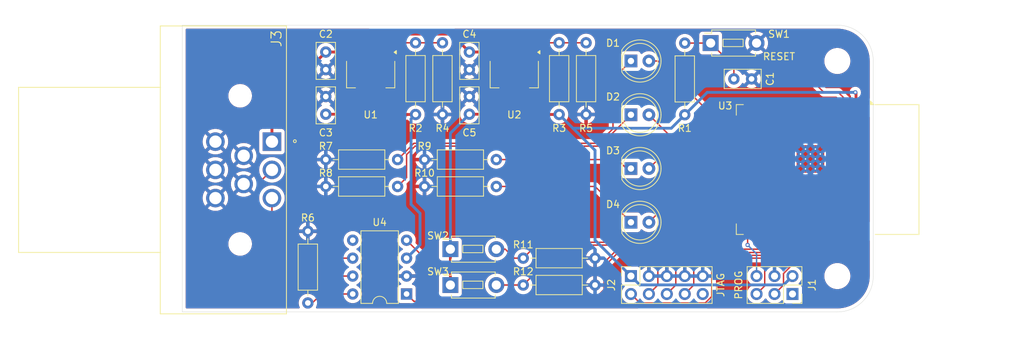
<source format=kicad_pcb>
(kicad_pcb (version 20240108) (generator "pcbnew") (generator_version "8.0")
  (layers (0 "F.Cu" signal) (31 "B.Cu" signal) (34 "B.Paste" user) (35 "F.Paste" user) (36 "B.SilkS" user "B.Silkscreen") (37 "F.SilkS" user "F.Silkscreen") (38 "B.Mask" user) (39 "F.Mask" user) (44 "Edge.Cuts" user))
  (net 0 "")
  (net 1 "GND")
  (net 2 "/ENABLE")
  (net 3 "+12V")
  (net 4 "+5V")
  (net 5 "+3V3")
  (net 6 "Net-(D1-K)")
  (net 7 "/LED1")
  (net 8 "/LED2")
  (net 9 "Net-(D2-K)")
  (net 10 "Net-(D3-K)")
  (net 11 "/LED3")
  (net 12 "/LED4")
  (net 13 "Net-(D4-K)")
  (net 14 "/UART_TX")
  (net 15 "/UART_RX")
  (net 16 "/BOOTOPT")
  (net 17 "/PROG_EN")
  (net 18 "/JTAG_TMS")
  (net 19 "/JTAG_TCK")
  (net 20 "/JTAG_TDO")
  (net 21 "/CANH")
  (net 22 "/CANL")
  (net 23 "Net-(U1-ADJ)")
  (net 24 "Net-(U2-ADJ)")
  (net 25 "Net-(U4-Rs)")
  (net 26 "/SW2")
  (net 27 "/SW3")
  (net 32 "/CAN_RX")
  (net 44 "/JTAG_TDI")
  (net 49 "/CAN_TX")
  (footprint "MountingHole:MountingHole_3.2mm_M3" (layer "F.Cu") (at 212.09 105.41)
    (property "Reference" "REF**" (hide yes))
    (property "Value" "MountingHole_3.2mm_M3")
    (pad "" np_thru_hole circle (at 0 0) (size 3.2 3.2) (drill 3.2) (layers "*.Cu" "*.Mask"))
  )
  (footprint "Connector_PinSocket_2.54mm:PinSocket_2x05_P2.54mm_Vertical" (layer "F.Cu") (at 182.88 105.41 90)
    (property "Reference" "J2" (at -1.27 -2.77 90) (layer "F.SilkS"))
    (property "Value" "JTAG")
    (pad "1" thru_hole rect (at 0 0 90) (size 1.7 1.7) (drill 1) (layers "*.Cu" "*.Mask") (net 5 "+3V3"))
    (pad "2" thru_hole oval (at -2.54 0 90) (size 1.7 1.7) (drill 1) (layers "*.Cu" "*.Mask") (net 18 "/JTAG_TMS"))
    (pad "3" thru_hole oval (at 0 2.54 90) (size 1.7 1.7) (drill 1) (layers "*.Cu" "*.Mask") (net 1 "GND"))
    (pad "4" thru_hole oval (at -2.54 2.54 90) (size 1.7 1.7) (drill 1) (layers "*.Cu" "*.Mask") (net 19 "/JTAG_TCK"))
    (pad "5" thru_hole oval (at 0 5.08 90) (size 1.7 1.7) (drill 1) (layers "*.Cu" "*.Mask") (net 1 "GND"))
    (pad "6" thru_hole oval (at -2.54 5.08 90) (size 1.7 1.7) (drill 1) (layers "*.Cu" "*.Mask") (net 20 "/JTAG_TDO"))
    (pad "7" thru_hole oval (at 0 7.62 90) (size 1.7 1.7) (drill 1) (layers "*.Cu" "*.Mask") (net 1 "GND"))
    (pad "8" thru_hole oval (at -2.54 7.62 90) (size 1.7 1.7) (drill 1) (layers "*.Cu" "*.Mask") (net 44 "/JTAG_TDI"))
    (pad "9" thru_hole oval (at 0 10.16 90) (size 1.7 1.7) (drill 1) (layers "*.Cu" "*.Mask") (net 1 "GND"))
    (pad "10" thru_hole oval (at -2.54 10.16 90) (size 1.7 1.7) (drill 1) (layers "*.Cu" "*.Mask"))
  )
  (footprint "Capacitor_THT:C_Disc_D5.0mm_W2.5mm_P2.50mm" (layer "F.Cu") (at 160.02 82.47 90)
    (property "Reference" "C5" (at -2.62 0 180) (layer "F.SilkS"))
    (property "Value" "1u")
    (pad "1" thru_hole circle (at 0 0 90) (size 1.6 1.6) (drill 0.8) (layers "*.Cu" "*.Mask") (net 5 "+3V3"))
    (pad "2" thru_hole circle (at 2.5 0 90) (size 1.6 1.6) (drill 0.8) (layers "*.Cu" "*.Mask") (net 1 "GND"))
  )
  (footprint "Resistor_THT:R_Axial_DIN0207_L6.3mm_D2.5mm_P10.16mm_Horizontal" (layer "F.Cu") (at 149.86 92.71 180)
    (property "Reference" "R8" (at 10.16 1.905 0) (layer "F.SilkS"))
    (property "Value" "100")
    (pad "1" thru_hole circle (at 0 0 180) (size 1.6 1.6) (drill 0.8) (layers "*.Cu" "*.Mask") (net 9 "Net-(D2-K)"))
    (pad "2" thru_hole oval (at 10.16 0 180) (size 1.6 1.6) (drill 0.8) (layers "*.Cu" "*.Mask") (net 1 "GND"))
  )
  (footprint "Button_Switch_THT:SW_PUSH_1P1T_6x3.5mm_H4.3_APEM_MJTP1243" (layer "F.Cu") (at 194.16 72.39)
    (property "Reference" "SW1" (at 9.675 -1.27 0) (layer "F.SilkS"))
    (property "Value" "SW_Push")
    (pad "1" thru_hole rect (at 0 0 90) (size 2.25 2.25) (drill 1.3) (layers "*.Cu" "*.Mask") (net 2 "/ENABLE"))
    (pad "2" thru_hole circle (at 6.5 0 90) (size 2.25 2.25) (drill 1.3) (layers "*.Cu" "*.Mask") (net 1 "GND"))
  )
  (footprint "Resistor_THT:R_Axial_DIN0207_L6.3mm_D2.5mm_P10.16mm_Horizontal" (layer "F.Cu") (at 137.16 109.22 90)
    (property "Reference" "R6" (at 12.065 0 180) (layer "F.SilkS"))
    (property "Value" "20k")
    (pad "1" thru_hole circle (at 0 0 90) (size 1.6 1.6) (drill 0.8) (layers "*.Cu" "*.Mask") (net 25 "Net-(U4-Rs)"))
    (pad "2" thru_hole oval (at 10.16 0 90) (size 1.6 1.6) (drill 0.8) (layers "*.Cu" "*.Mask") (net 1 "GND"))
  )
  (footprint "Package_DIP:DIP-8_W7.62mm" (layer "F.Cu") (at 151.13 107.95 180)
    (property "Reference" "U4" (at 3.81 10.16 0) (layer "F.SilkS"))
    (property "Value" "MCP2551-I-P")
    (pad "1" thru_hole rect (at 0 0 180) (size 1.6 1.6) (drill 0.8) (layers "*.Cu" "*.Mask") (net 49 "/CAN_TX"))
    (pad "2" thru_hole oval (at 0 2.54 180) (size 1.6 1.6) (drill 0.8) (layers "*.Cu" "*.Mask") (net 1 "GND"))
    (pad "3" thru_hole oval (at 0 5.08 180) (size 1.6 1.6) (drill 0.8) (layers "*.Cu" "*.Mask") (net 4 "+5V"))
    (pad "4" thru_hole oval (at 0 7.62 180) (size 1.6 1.6) (drill 0.8) (layers "*.Cu" "*.Mask") (net 32 "/CAN_RX"))
    (pad "5" thru_hole oval (at 7.62 7.62 180) (size 1.6 1.6) (drill 0.8) (layers "*.Cu" "*.Mask"))
    (pad "6" thru_hole oval (at 7.62 5.08 180) (size 1.6 1.6) (drill 0.8) (layers "*.Cu" "*.Mask") (net 22 "/CANL"))
    (pad "7" thru_hole oval (at 7.62 2.54 180) (size 1.6 1.6) (drill 0.8) (layers "*.Cu" "*.Mask") (net 21 "/CANH"))
    (pad "8" thru_hole oval (at 7.62 0 180) (size 1.6 1.6) (drill 0.8) (layers "*.Cu" "*.Mask") (net 25 "Net-(U4-Rs)"))
  )
  (footprint "MountingHole:MountingHole_3.2mm_M3" (layer "F.Cu") (at 212.09 74.93)
    (property "Reference" "REF**" (hide yes))
    (property "Value" "MountingHole_3.2mm_M3")
    (pad "" np_thru_hole circle (at 0 0) (size 3.2 3.2) (drill 3.2) (layers "*.Cu" "*.Mask"))
  )
  (footprint "LED_THT:LED_D5.0mm" (layer "F.Cu") (at 182.88 82.55)
    (property "Reference" "D2" (at -2.54 -2.54 0) (layer "F.SilkS"))
    (property "Value" "LED_Small")
    (pad "1" thru_hole rect (at 0 0) (size 1.8 1.8) (drill 0.9) (layers "*.Cu" "*.Mask") (net 9 "Net-(D2-K)"))
    (pad "2" thru_hole circle (at 2.54 0) (size 1.8 1.8) (drill 0.9) (layers "*.Cu" "*.Mask") (net 8 "/LED2"))
  )
  (footprint "Package_TO_SOT_SMD:SOT-223-3_TabPin2" (layer "F.Cu") (at 146.05 76.82 -90)
    (property "Reference" "U1" (at 5.73 0 180) (layer "F.SilkS"))
    (property "Value" "LM317_SOT-223")
    (pad "1" smd roundrect (at -3.15 -2.3 270) (size 2 1.5) (layers "F.Cu" "F.Paste" "F.Mask") (net 23 "Net-(U1-ADJ)"))
    (pad "2" smd roundrect (at -3.15 0 270) (size 2 1.5) (layers "F.Cu" "F.Paste" "F.Mask") (net 4 "+5V"))
    (pad "2" smd roundrect (at 3.15 0 270) (size 2 3.8) (layers "F.Cu" "F.Paste" "F.Mask") (net 4 "+5V"))
    (pad "3" smd roundrect (at -3.15 2.3 270) (size 2 1.5) (layers "F.Cu" "F.Paste" "F.Mask") (net 3 "+12V"))
  )
  (footprint "Capacitor_THT:C_Disc_D5.0mm_W2.5mm_P2.50mm" (layer "F.Cu") (at 139.7 82.47 90)
    (property "Reference" "C3" (at -2.62 0 180) (layer "F.SilkS"))
    (property "Value" "1u")
    (pad "1" thru_hole circle (at 0 0 90) (size 1.6 1.6) (drill 0.8) (layers "*.Cu" "*.Mask") (net 4 "+5V"))
    (pad "2" thru_hole circle (at 2.5 0 90) (size 1.6 1.6) (drill 0.8) (layers "*.Cu" "*.Mask") (net 1 "GND"))
  )
  (footprint "Resistor_THT:R_Axial_DIN0207_L6.3mm_D2.5mm_P10.16mm_Horizontal" (layer "F.Cu") (at 163.83 92.71 180)
    (property "Reference" "R10" (at 10.16 1.905 0) (layer "F.SilkS"))
    (property "Value" "100")
    (pad "1" thru_hole circle (at 0 0 180) (size 1.6 1.6) (drill 0.8) (layers "*.Cu" "*.Mask") (net 13 "Net-(D4-K)"))
    (pad "2" thru_hole oval (at 10.16 0 180) (size 1.6 1.6) (drill 0.8) (layers "*.Cu" "*.Mask") (net 1 "GND"))
  )
  (footprint "FBR_Footprints:TE_776280-1" (layer "F.Cu") (at 128.08 90.36 -90)
    (property "Reference" "J3" (at -18.605 -4.635 90) (layer "F.SilkS") (effects (font (size 1.417504 1.417504))))
    (property "Value" "Conn_01x08")
    (pad "" np_thru_hole circle (at -10.5 0.5 270) (size 2.85 2.85) (drill 2.85) (layers "*.Cu" "*.Mask"))
    (pad "" np_thru_hole circle (at 10.5 0.5 270) (size 2.85 2.85) (drill 2.85) (layers "*.Cu" "*.Mask"))
    (pad "1" thru_hole rect (at -4 -4 270) (size 2.625 2.625) (drill 1.75) (layers "*.Cu" "*.Mask") (net 3 "+12V"))
    (pad "2" thru_hole circle (at 0 -4 270) (size 2.625 2.625) (drill 1.75) (layers "*.Cu" "*.Mask") (net 21 "/CANH"))
    (pad "3" thru_hole circle (at 4 -4 270) (size 2.625 2.625) (drill 1.75) (layers "*.Cu" "*.Mask") (net 22 "/CANL"))
    (pad "4" thru_hole circle (at -2 0 270) (size 2.625 2.625) (drill 1.75) (layers "*.Cu" "*.Mask") (net 1 "GND"))
    (pad "5" thru_hole circle (at 2 0 270) (size 2.625 2.625) (drill 1.75) (layers "*.Cu" "*.Mask") (net 1 "GND"))
    (pad "6" thru_hole circle (at -4 4 270) (size 2.625 2.625) (drill 1.75) (layers "*.Cu" "*.Mask") (net 1 "GND"))
    (pad "7" thru_hole circle (at 0 4 270) (size 2.625 2.625) (drill 1.75) (layers "*.Cu" "*.Mask") (net 1 "GND"))
    (pad "8" thru_hole circle (at 4 4 270) (size 2.625 2.625) (drill 1.75) (layers "*.Cu" "*.Mask") (net 1 "GND"))
  )
  (footprint "Resistor_THT:R_Axial_DIN0207_L6.3mm_D2.5mm_P10.16mm_Horizontal" (layer "F.Cu") (at 152.4 82.51 90)
    (property "Reference" "R2" (at -1.945 0 180) (layer "F.SilkS"))
    (property "Value" "240")
    (pad "1" thru_hole circle (at 0 0 90) (size 1.6 1.6) (drill 0.8) (layers "*.Cu" "*.Mask") (net 4 "+5V"))
    (pad "2" thru_hole oval (at 10.16 0 90) (size 1.6 1.6) (drill 0.8) (layers "*.Cu" "*.Mask") (net 23 "Net-(U1-ADJ)"))
  )
  (footprint "LED_THT:LED_D5.0mm" (layer "F.Cu") (at 182.88 97.79)
    (property "Reference" "D4" (at -2.54 -2.54 0) (layer "F.SilkS"))
    (property "Value" "LED_Small")
    (pad "1" thru_hole rect (at 0 0) (size 1.8 1.8) (drill 0.9) (layers "*.Cu" "*.Mask") (net 13 "Net-(D4-K)"))
    (pad "2" thru_hole circle (at 2.54 0) (size 1.8 1.8) (drill 0.9) (layers "*.Cu" "*.Mask") (net 12 "/LED4"))
  )
  (footprint "Resistor_THT:R_Axial_DIN0207_L6.3mm_D2.5mm_P10.16mm_Horizontal" (layer "F.Cu") (at 190.5 82.55 90)
    (property "Reference" "R1" (at -1.905 0 180) (layer "F.SilkS"))
    (property "Value" "10k")
    (pad "1" thru_hole circle (at 0 0 90) (size 1.6 1.6) (drill 0.8) (layers "*.Cu" "*.Mask") (net 5 "+3V3"))
    (pad "2" thru_hole oval (at 10.16 0 90) (size 1.6 1.6) (drill 0.8) (layers "*.Cu" "*.Mask") (net 2 "/ENABLE"))
  )
  (footprint "Button_Switch_THT:SW_PUSH_1P1T_6x3.5mm_H4.3_APEM_MJTP1243" (layer "F.Cu") (at 157.33 101.6)
    (property "Reference" "SW2" (at -1.755 -1.905 0) (layer "F.SilkS"))
    (property "Value" "SW_Push")
    (pad "1" thru_hole rect (at 0 0 90) (size 2.25 2.25) (drill 1.3) (layers "*.Cu" "*.Mask") (net 5 "+3V3"))
    (pad "2" thru_hole circle (at 6.5 0 90) (size 2.25 2.25) (drill 1.3) (layers "*.Cu" "*.Mask") (net 26 "/SW2"))
  )
  (footprint "Package_TO_SOT_SMD:SOT-223-3_TabPin2" (layer "F.Cu") (at 166.37 76.82 -90)
    (property "Reference" "U2" (at 5.73 0 180) (layer "F.SilkS"))
    (property "Value" "LM317_SOT-223")
    (pad "1" smd roundrect (at -3.15 -2.3 270) (size 2 1.5) (layers "F.Cu" "F.Paste" "F.Mask") (net 24 "Net-(U2-ADJ)"))
    (pad "2" smd roundrect (at -3.15 0 270) (size 2 1.5) (layers "F.Cu" "F.Paste" "F.Mask") (net 5 "+3V3"))
    (pad "2" smd roundrect (at 3.15 0 270) (size 2 3.8) (layers "F.Cu" "F.Paste" "F.Mask") (net 5 "+3V3"))
    (pad "3" smd roundrect (at -3.15 2.3 270) (size 2 1.5) (layers "F.Cu" "F.Paste" "F.Mask") (net 3 "+12V"))
  )
  (footprint "LED_THT:LED_D5.0mm" (layer "F.Cu") (at 182.88 90.17)
    (property "Reference" "D3" (at -2.54 -2.54 0) (layer "F.SilkS"))
    (property "Value" "LED_Small")
    (pad "1" thru_hole rect (at 0 0) (size 1.8 1.8) (drill 0.9) (layers "*.Cu" "*.Mask") (net 10 "Net-(D3-K)"))
    (pad "2" thru_hole circle (at 2.54 0) (size 1.8 1.8) (drill 0.9) (layers "*.Cu" "*.Mask") (net 11 "/LED3"))
  )
  (footprint "Resistor_THT:R_Axial_DIN0207_L6.3mm_D2.5mm_P10.16mm_Horizontal" (layer "F.Cu") (at 156.21 72.35 -90)
    (property "Reference" "R4" (at 12.105 0 180) (layer "F.SilkS"))
    (property "Value" "715")
    (pad "1" thru_hole circle (at 0 0 270) (size 1.6 1.6) (drill 0.8) (layers "*.Cu" "*.Mask") (net 23 "Net-(U1-ADJ)"))
    (pad "2" thru_hole oval (at 10.16 0 270) (size 1.6 1.6) (drill 0.8) (layers "*.Cu" "*.Mask") (net 1 "GND"))
  )
  (footprint "Capacitor_THT:C_Disc_D5.0mm_W2.5mm_P2.50mm" (layer "F.Cu") (at 139.7 73.66 -90)
    (property "Reference" "C2" (at -2.54 0 180) (layer "F.SilkS"))
    (property "Value" "0.1u")
    (pad "1" thru_hole circle (at 0 0 270) (size 1.6 1.6) (drill 0.8) (layers "*.Cu" "*.Mask") (net 3 "+12V"))
    (pad "2" thru_hole circle (at 2.5 0 270) (size 1.6 1.6) (drill 0.8) (layers "*.Cu" "*.Mask") (net 1 "GND"))
  )
  (footprint "Capacitor_THT:C_Disc_D5.0mm_W2.5mm_P2.50mm" (layer "F.Cu") (at 197.45 77.47)
    (property "Reference" "C1" (at 5.115 0 90) (layer "F.SilkS"))
    (property "Value" "1u")
    (pad "1" thru_hole circle (at 0 0) (size 1.6 1.6) (drill 0.8) (layers "*.Cu" "*.Mask") (net 2 "/ENABLE"))
    (pad "2" thru_hole circle (at 2.5 0) (size 1.6 1.6) (drill 0.8) (layers "*.Cu" "*.Mask") (net 1 "GND"))
  )
  (footprint "RF_Module:ESP32-S3-WROOM-1" (layer "F.Cu") (at 210.74 90.31 -90)
    (property "Reference" "U3" (at -9.03 14.525 0) (layer "F.SilkS"))
    (property "Value" "ESP32-S3-WROOM-1-N16R8")
    (pad "1" smd rect (at -8.75 -5.26 270) (size 1.5 0.9) (layers "F.Cu" "F.Paste" "F.Mask") (net 1 "GND"))
    (pad "2" smd rect (at -8.75 -3.99 270) (size 1.5 0.9) (layers "F.Cu" "F.Paste" "F.Mask") (net 5 "+3V3"))
    (pad "3" smd rect (at -8.75 -2.72 270) (size 1.5 0.9) (layers "F.Cu" "F.Paste" "F.Mask") (net 2 "/ENABLE"))
    (pad "4" smd rect (at -8.75 -1.45 270) (size 1.5 0.9) (layers "F.Cu" "F.Paste" "F.Mask"))
    (pad "5" smd rect (at -8.75 -0.18 270) (size 1.5 0.9) (layers "F.Cu" "F.Paste" "F.Mask"))
    (pad "6" smd rect (at -8.75 1.09 270) (size 1.5 0.9) (layers "F.Cu" "F.Paste" "F.Mask"))
    (pad "7" smd rect (at -8.75 2.36 270) (size 1.5 0.9) (layers "F.Cu" "F.Paste" "F.Mask"))
    (pad "8" smd rect (at -8.75 3.63 270) (size 1.5 0.9) (layers "F.Cu" "F.Paste" "F.Mask"))
    (pad "9" smd rect (at -8.75 4.9 270) (size 1.5 0.9) (layers "F.Cu" "F.Paste" "F.Mask"))
    (pad "10" smd rect (at -8.75 6.17 270) (size 1.5 0.9) (layers "F.Cu" "F.Paste" "F.Mask"))
    (pad "11" smd rect (at -8.75 7.44 270) (size 1.5 0.9) (layers "F.Cu" "F.Paste" "F.Mask"))
    (pad "12" smd rect (at -8.75 8.71 270) (size 1.5 0.9) (layers "F.Cu" "F.Paste" "F.Mask"))
    (pad "13" smd rect (at -8.75 9.98 270) (size 1.5 0.9) (layers "F.Cu" "F.Paste" "F.Mask"))
    (pad "14" smd rect (at -8.75 11.25 90) (size 1.5 0.9) (layers "F.Cu" "F.Paste" "F.Mask"))
    (pad "15" smd rect (at -6.985 12.5 180) (size 1.5 0.9) (layers "F.Cu" "F.Paste" "F.Mask"))
    (pad "16" smd rect (at -5.715 12.5 180) (size 1.5 0.9) (layers "F.Cu" "F.Paste" "F.Mask"))
    (pad "17" smd rect (at -4.445 12.5 180) (size 1.5 0.9) (layers "F.Cu" "F.Paste" "F.Mask") (net 7 "/LED1"))
    (pad "18" smd rect (at -3.175 12.5 180) (size 1.5 0.9) (layers "F.Cu" "F.Paste" "F.Mask") (net 8 "/LED2"))
    (pad "19" smd rect (at -1.905 12.5 180) (size 1.5 0.9) (layers "F.Cu" "F.Paste" "F.Mask") (net 11 "/LED3"))
    (pad "20" smd rect (at -0.635 12.5 180) (size 1.5 0.9) (layers "F.Cu" "F.Paste" "F.Mask") (net 12 "/LED4"))
    (pad "21" smd rect (at 0.635 12.5 180) (size 1.5 0.9) (layers "F.Cu" "F.Paste" "F.Mask") (net 26 "/SW2"))
    (pad "22" smd rect (at 1.905 12.5 180) (size 1.5 0.9) (layers "F.Cu" "F.Paste" "F.Mask") (net 27 "/SW3"))
    (pad "23" smd rect (at 3.175 12.5 180) (size 1.5 0.9) (layers "F.Cu" "F.Paste" "F.Mask"))
    (pad "24" smd rect (at 4.445 12.5 180) (size 1.5 0.9) (layers "F.Cu" "F.Paste" "F.Mask") (net 32 "/CAN_RX"))
    (pad "25" smd rect (at 5.715 12.5 180) (size 1.5 0.9) (layers "F.Cu" "F.Paste" "F.Mask") (net 49 "/CAN_TX"))
    (pad "26" smd rect (at 6.985 12.5 180) (size 1.5 0.9) (layers "F.Cu" "F.Paste" "F.Mask"))
    (pad "27" smd rect (at 8.75 11.25 270) (size 1.5 0.9) (layers "F.Cu" "F.Paste" "F.Mask") (net 16 "/BOOTOPT"))
    (pad "28" smd rect (at 8.75 9.98 270) (size 1.5 0.9) (layers "F.Cu" "F.Paste" "F.Mask"))
    (pad "29" smd rect (at 8.75 8.71 270) (size 1.5 0.9) (layers "F.Cu" "F.Paste" "F.Mask"))
    (pad "30" smd rect (at 8.75 7.44 270) (size 1.5 0.9) (layers "F.Cu" "F.Paste" "F.Mask"))
    (pad "31" smd rect (at 8.75 6.17 270) (size 1.5 0.9) (layers "F.Cu" "F.Paste" "F.Mask"))
    (pad "32" smd rect (at 8.75 4.9 270) (size 1.5 0.9) (layers "F.Cu" "F.Paste" "F.Mask") (net 19 "/JTAG_TCK"))
    (pad "33" smd rect (at 8.75 3.63 270) (size 1.5 0.9) (layers "F.Cu" "F.Paste" "F.Mask") (net 20 "/JTAG_TDO"))
    (pad "34" smd rect (at 8.75 2.36 270) (size 1.5 0.9) (layers "F.Cu" "F.Paste" "F.Mask") (net 44 "/JTAG_TDI"))
    (pad "35" smd rect (at 8.75 1.09 270) (size 1.5 0.9) (layers "F.Cu" "F.Paste" "F.Mask") (net 18 "/JTAG_TMS"))
    (pad "36" smd rect (at 8.75 -0.18 270) (size 1.5 0.9) (layers "F.Cu" "F.Paste" "F.Mask") (net 15 "/UART_RX"))
    (pad "37" smd rect (at 8.75 -1.45 270) (size 1.5 0.9) (layers "F.Cu" "F.Paste" "F.Mask") (net 14 "/UART_TX"))
    (pad "38" smd rect (at 8.75 -2.72 270) (size 1.5 0.9) (layers "F.Cu" "F.Paste" "F.Mask"))
    (pad "39" smd rect (at 8.75 -3.99 270) (size 1.5 0.9) (layers "F.Cu" "F.Paste" "F.Mask"))
    (pad "40" smd rect (at 8.75 -5.26 270) (size 1.5 0.9) (layers "F.Cu" "F.Paste" "F.Mask") (net 1 "GND"))
    (pad "41" thru_hole circle (at -2.9 1.76) (size 0.6 0.6) (drill 0.2) (property pad_prop_heatsink) (layers "*.Cu" "F.Mask") (net 1 "GND"))
    (pad "41" thru_hole circle (at -2.9 3.16 270) (size 0.6 0.6) (drill 0.2) (property pad_prop_heatsink) (layers "*.Cu" "F.Mask") (net 1 "GND"))
    (pad "41" thru_hole circle (at -2.2 1.06 270) (size 0.6 0.6) (drill 0.2) (property pad_prop_heatsink) (layers "*.Cu" "F.Mask") (net 1 "GND"))
    (pad "41" thru_hole circle (at -2.2 2.46 270) (size 0.6 0.6) (drill 0.2) (property pad_prop_heatsink) (layers "*.Cu" "F.Mask") (net 1 "GND"))
    (pad "41" thru_hole circle (at -2.2 3.86 270) (size 0.6 0.6) (drill 0.2) (property pad_prop_heatsink) (layers "*.Cu" "F.Mask") (net 1 "GND"))
    (pad "41" thru_hole circle (at -1.5 1.76 270) (size 0.6 0.6) (drill 0.2) (property pad_prop_heatsink) (layers "*.Cu" "F.Mask") (net 1 "GND"))
    (pad "41" smd rect (at -1.5 2.46 180) (size 3.9 3.9) (layers "F.Cu" "F.Mask") (net 1 "GND"))
    (pad "41" thru_hole circle (at -1.5 3.16 270) (size 0.6 0.6) (drill 0.2) (property pad_prop_heatsink) (layers "*.Cu" "F.Mask") (net 1 "GND"))
    (pad "41" thru_hole circle (at -0.8 1.06 270) (size 0.6 0.6) (drill 0.2) (property pad_prop_heatsink) (layers "*.Cu" "F.Mask") (net 1 "GND"))
    (pad "41" thru_hole circle (at -0.8 2.46 270) (size 0.6 0.6) (drill 0.2) (property pad_prop_heatsink) (layers "*.Cu" "F.Mask") (net 1 "GND"))
    (pad "41" thru_hole circle (at -0.8 3.86 270) (size 0.6 0.6) (drill 0.2) (property pad_prop_heatsink) (layers "*.Cu" "F.Mask") (net 1 "GND"))
    (pad "41" thru_hole circle (at -0.1 1.76 270) (size 0.6 0.6) (drill 0.2) (property pad_prop_heatsink) (layers "*.Cu" "F.Mask") (net 1 "GND"))
    (pad "41" thru_hole circle (at -0.1 3.16 270) (size 0.6 0.6) (drill 0.2) (property pad_prop_heatsink) (layers "*.Cu" "F.Mask") (net 1 "GND"))
    (zone (net 0) (net_name "") (layers "F.Cu" "In1.Cu" "B.Cu") (connect_pads (clearance 0)) (min_thickness 0.254)
      (keepout (tracks not_allowed) (vias not_allowed) (pads not_allowed) (copperpour not_allowed) (footprints not_allowed))
      (fill (thermal_gap 0.508) (thermal_bridge_width 0.508))
      (polygon (pts (xy 217.49 66.31) (xy 217.49 114.31) (xy 238.49 114.31) (xy 238.49 66.31)))
    )
  )
  (footprint "Resistor_THT:R_Axial_DIN0207_L6.3mm_D2.5mm_P10.16mm_Horizontal" (layer "F.Cu") (at 163.83 88.9 180)
    (property "Reference" "R9" (at 10.16 1.905 0) (layer "F.SilkS"))
    (property "Value" "100")
    (pad "1" thru_hole circle (at 0 0 180) (size 1.6 1.6) (drill 0.8) (layers "*.Cu" "*.Mask") (net 10 "Net-(D3-K)"))
    (pad "2" thru_hole oval (at 10.16 0 180) (size 1.6 1.6) (drill 0.8) (layers "*.Cu" "*.Mask") (net 1 "GND"))
  )
  (footprint "Resistor_THT:R_Axial_DIN0207_L6.3mm_D2.5mm_P10.16mm_Horizontal" (layer "F.Cu") (at 172.72 82.51 90)
    (property "Reference" "R3" (at -1.945 0 180) (layer "F.SilkS"))
    (property "Value" "240")
    (pad "1" thru_hole circle (at 0 0 90) (size 1.6 1.6) (drill 0.8) (layers "*.Cu" "*.Mask") (net 5 "+3V3"))
    (pad "2" thru_hole oval (at 10.16 0 90) (size 1.6 1.6) (drill 0.8) (layers "*.Cu" "*.Mask") (net 24 "Net-(U2-ADJ)"))
  )
  (footprint "Resistor_THT:R_Axial_DIN0207_L6.3mm_D2.5mm_P10.16mm_Horizontal" (layer "F.Cu") (at 167.64 106.68)
    (property "Reference" "R12" (at 0 -1.905 0) (layer "F.SilkS"))
    (property "Value" "100k")
    (pad "1" thru_hole circle (at 0 0) (size 1.6 1.6) (drill 0.8) (layers "*.Cu" "*.Mask") (net 27 "/SW3"))
    (pad "2" thru_hole oval (at 10.16 0) (size 1.6 1.6) (drill 0.8) (layers "*.Cu" "*.Mask") (net 1 "GND"))
  )
  (footprint "Resistor_THT:R_Axial_DIN0207_L6.3mm_D2.5mm_P10.16mm_Horizontal" (layer "F.Cu") (at 149.86 88.9 180)
    (property "Reference" "R7" (at 10.16 1.905 0) (layer "F.SilkS"))
    (property "Value" "100")
    (pad "1" thru_hole circle (at 0 0 180) (size 1.6 1.6) (drill 0.8) (layers "*.Cu" "*.Mask") (net 6 "Net-(D1-K)"))
    (pad "2" thru_hole oval (at 10.16 0 180) (size 1.6 1.6) (drill 0.8) (layers "*.Cu" "*.Mask") (net 1 "GND"))
  )
  (footprint "Button_Switch_THT:SW_PUSH_1P1T_6x3.5mm_H4.3_APEM_MJTP1243" (layer "F.Cu") (at 157.33 106.68)
    (property "Reference" "SW3" (at -1.755 -1.905 0) (layer "F.SilkS"))
    (property "Value" "SW_Push")
    (pad "1" thru_hole rect (at 0 0 90) (size 2.25 2.25) (drill 1.3) (layers "*.Cu" "*.Mask") (net 5 "+3V3"))
    (pad "2" thru_hole circle (at 6.5 0 90) (size 2.25 2.25) (drill 1.3) (layers "*.Cu" "*.Mask") (net 27 "/SW3"))
  )
  (footprint "LED_THT:LED_D5.0mm" (layer "F.Cu") (at 182.88 74.93)
    (property "Reference" "D1" (at -2.54 -2.54 0) (layer "F.SilkS"))
    (property "Value" "LED_Small")
    (pad "1" thru_hole rect (at 0 0) (size 1.8 1.8) (drill 0.9) (layers "*.Cu" "*.Mask") (net 6 "Net-(D1-K)"))
    (pad "2" thru_hole circle (at 2.54 0) (size 1.8 1.8) (drill 0.9) (layers "*.Cu" "*.Mask") (net 7 "/LED1"))
  )
  (footprint "Resistor_THT:R_Axial_DIN0207_L6.3mm_D2.5mm_P10.16mm_Horizontal" (layer "F.Cu") (at 167.64 102.87)
    (property "Reference" "R11" (at 0 -1.905 0) (layer "F.SilkS"))
    (property "Value" "100k")
    (pad "1" thru_hole circle (at 0 0) (size 1.6 1.6) (drill 0.8) (layers "*.Cu" "*.Mask") (net 26 "/SW2"))
    (pad "2" thru_hole oval (at 10.16 0) (size 1.6 1.6) (drill 0.8) (layers "*.Cu" "*.Mask") (net 1 "GND"))
  )
  (footprint "Capacitor_THT:C_Disc_D5.0mm_W2.5mm_P2.50mm" (layer "F.Cu") (at 160.02 73.66 -90)
    (property "Reference" "C4" (at -2.54 0 180) (layer "F.SilkS"))
    (property "Value" "0.1u")
    (pad "1" thru_hole circle (at 0 0 270) (size 1.6 1.6) (drill 0.8) (layers "*.Cu" "*.Mask") (net 3 "+12V"))
    (pad "2" thru_hole circle (at 2.5 0 270) (size 1.6 1.6) (drill 0.8) (layers "*.Cu" "*.Mask") (net 1 "GND"))
  )
  (footprint "Connector_PinSocket_2.54mm:PinSocket_2x03_P2.54mm_Vertical" (layer "F.Cu") (at 205.74 107.95 -90)
    (property "Reference" "J1" (at -1.27 -2.77 90) (layer "F.SilkS"))
    (property "Value" "PROG")
    (pad "1" thru_hole rect (at 0 0 270) (size 1.7 1.7) (drill 1) (layers "*.Cu" "*.Mask") (net 17 "/PROG_EN"))
    (pad "2" thru_hole oval (at -2.54 0 270) (size 1.7 1.7) (drill 1) (layers "*.Cu" "*.Mask") (net 5 "+3V3"))
    (pad "3" thru_hole oval (at 0 2.54 270) (size 1.7 1.7) (drill 1) (layers "*.Cu" "*.Mask") (net 14 "/UART_TX"))
    (pad "4" thru_hole oval (at -2.54 2.54 270) (size 1.7 1.7) (drill 1) (layers "*.Cu" "*.Mask") (net 1 "GND"))
    (pad "5" thru_hole oval (at 0 5.08 270) (size 1.7 1.7) (drill 1) (layers "*.Cu" "*.Mask") (net 15 "/UART_RX"))
    (pad "6" thru_hole oval (at -2.54 5.08 270) (size 1.7 1.7) (drill 1) (layers "*.Cu" "*.Mask") (net 16 "/BOOTOPT"))
  )
  (footprint "Resistor_THT:R_Axial_DIN0207_L6.3mm_D2.5mm_P10.16mm_Horizontal" (layer "F.Cu") (at 176.53 72.35 -90)
    (property "Reference" "R5" (at 12.105 0 180) (layer "F.SilkS"))
    (property "Value" "392")
    (pad "1" thru_hole circle (at 0 0 270) (size 1.6 1.6) (drill 0.8) (layers "*.Cu" "*.Mask") (net 24 "Net-(U2-ADJ)"))
    (pad "2" thru_hole oval (at 10.16 0 270) (size 1.6 1.6) (drill 0.8) (layers "*.Cu" "*.Mask") (net 1 "GND"))
  )
  (gr_line (start 217.17 105.41) (end 217.17 74.93) (stroke (width 0.05)) (layer "Edge.Cuts"))
  (gr_arc (start 212.09 69.85) (mid 215.682102 71.337898) (end 217.17 74.93) (stroke (width 0.05)) (layer "Edge.Cuts"))
  (gr_line (start 119.38 110.49) (end 212.09 110.49) (stroke (width 0.05)) (layer "Edge.Cuts"))
  (gr_line (start 119.38 69.85) (end 119.38 110.49) (stroke (width 0.05)) (layer "Edge.Cuts"))
  (gr_arc (start 217.17 105.41) (mid 215.682102 109.002102) (end 212.09 110.49) (stroke (width 0.05)) (layer "Edge.Cuts"))
  (gr_line (start 212.09 69.85) (end 119.38 69.85) (stroke (width 0.05)) (layer "Edge.Cuts"))
  (gr_text "RESET" (at 203.835 74.295 0) (layer "F.SilkS") (effects (font (size 1 1))))
  (gr_text "PROG" (at 198.12 106.68 90) (layer "F.SilkS") (effects (font (size 1 1))))
  (gr_text "JTAG" (at 195.58 106.68 90) (layer "F.SilkS") (effects (font (size 1 1))))
  (segment (start 197.45 75.68) (end 194.16 72.39) (width 0.2) (layer "F.Cu") (net 2))
  (segment (start 197.45 75.68) (end 206.49 75.68) (width 0.2) (layer "F.Cu") (net 2))
  (segment (start 190.5 72.39) (end 194.16 72.39) (width 0.2) (layer "F.Cu") (net 2))
  (segment (start 197.45 77.47) (end 197.45 75.68) (width 0.2) (layer "F.Cu") (net 2))
  (segment (start 213.46 80.61) (end 212.225 79.375) (width 0.2) (layer "F.Cu") (net 2))
  (segment (start 212.225 79.375) (end 210.185 79.375) (width 0.2) (layer "F.Cu") (net 2))
  (segment (start 206.49 75.68) (end 210.185 79.375) (width 0.2) (layer "F.Cu") (net 2))
  (segment (start 213.46 81.56) (end 213.46 80.61) (width 0.2) (layer "F.Cu") (net 2))
  (segment (start 143.75 73.67) (end 146.3 71.12) (width 0.4) (layer "F.Cu") (net 3))
  (segment (start 139.7 73.66) (end 140.97 73.66) (width 0.4) (layer "F.Cu") (net 3))
  (segment (start 140.97 73.66) (end 140.98 73.67) (width 0.4) (layer "F.Cu") (net 3))
  (segment (start 140.98 73.67) (end 143.75 73.67) (width 0.4) (layer "F.Cu") (net 3))
  (segment (start 139.7 73.66) (end 132.08 81.28) (width 0.4) (layer "F.Cu") (net 3))
  (segment (start 161.3 73.67) (end 164.07 73.67) (width 0.4) (layer "F.Cu") (net 3))
  (segment (start 160.02 73.66) (end 161.29 73.66) (width 0.4) (layer "F.Cu") (net 3))
  (segment (start 132.08 81.28) (end 132.08 86.36) (width 0.4) (layer "F.Cu") (net 3))
  (segment (start 146.3 71.12) (end 157.48 71.12) (width 0.4) (layer "F.Cu") (net 3))
  (segment (start 157.48 71.12) (end 160.02 73.66) (width 0.4) (layer "F.Cu") (net 3))
  (segment (start 161.29 73.66) (end 161.3 73.67) (width 0.4) (layer "F.Cu") (net 3))
  (segment (start 146.05 73.67) (end 146.05 79.97) (width 0.4) (layer "F.Cu") (net 4))
  (segment (start 143.55 82.47) (end 146.05 79.97) (width 0.4) (layer "F.Cu") (net 4))
  (segment (start 151.13 82.55) (end 151.17 82.51) (width 0.4) (layer "F.Cu") (net 4))
  (segment (start 139.7 82.47) (end 143.55 82.47) (width 0.4) (layer "F.Cu") (net 4))
  (segment (start 151.17 82.51) (end 152.4 82.51) (width 0.4) (layer "F.Cu") (net 4))
  (segment (start 148.63 82.55) (end 151.13 82.55) (width 0.4) (layer "F.Cu") (net 4))
  (segment (start 146.05 79.97) (end 148.63 82.55) (width 0.4) (layer "F.Cu") (net 4))
  (segment (start 151.765 95.25) (end 151.765 83.145) (width 0.4) (layer "B.Cu") (net 4))
  (segment (start 151.765 83.145) (end 152.4 82.51) (width 0.4) (layer "B.Cu") (net 4))
  (segment (start 153.035 100.965) (end 153.035 96.52) (width 0.4) (layer "B.Cu") (net 4))
  (segment (start 153.035 96.52) (end 151.765 95.25) (width 0.4) (layer "B.Cu") (net 4))
  (segment (start 151.13 102.87) (end 153.035 100.965) (width 0.4) (layer "B.Cu") (net 4))
  (segment (start 214.73 79.475) (end 214.63 79.375) (width 0.4) (layer "F.Cu") (net 5))
  (segment (start 166.37 73.67) (end 166.37 79.97) (width 0.4) (layer "F.Cu") (net 5))
  (segment (start 160.02 82.47) (end 160.02 82.55) (width 0.4) (layer "F.Cu") (net 5))
  (segment (start 168.91 82.51) (end 166.37 79.97) (width 0.4) (layer "F.Cu") (net 5))
  (segment (start 214.73 81.56) (end 214.73 79.475) (width 0.4) (layer "F.Cu") (net 5))
  (segment (start 157.33 106.68) (end 157.33 101.6) (width 0.4) (layer "F.Cu") (net 5))
  (segment (start 172.72 82.51) (end 168.91 82.51) (width 0.4) (layer "F.Cu") (net 5))
  (segment (start 160.02 82.47) (end 163.87 82.47) (width 0.4) (layer "F.Cu") (net 5))
  (segment (start 163.87 82.47) (end 166.37 79.97) (width 0.4) (layer "F.Cu") (net 5))
  (via (at 214.63 79.375) (size 0.6) (drill 0.3) (layers "F.Cu" "B.Cu") (net 5))
  (segment (start 157.33 101.6) (end 157.33 85.16) (width 0.4) (layer "B.Cu") (net 5))
  (segment (start 182.88 105.41) (end 177.8 100.33) (width 0.4) (layer "B.Cu") (net 5))
  (segment (start 174.665 84.455) (end 172.72 82.51) (width 0.4) (layer "B.Cu") (net 5))
  (segment (start 184.13 106.66) (end 182.88 105.41) (width 0.4) (layer "B.Cu") (net 5))
  (segment (start 157.33 85.16) (end 160.02 82.47) (width 0.4) (layer "B.Cu") (net 5))
  (segment (start 204.49 106.66) (end 184.13 106.66) (width 0.4) (layer "B.Cu") (net 5))
  (segment (start 193.675 79.375) (end 214.63 79.375) (width 0.4) (layer "B.Cu") (net 5))
  (segment (start 190.5 82.55) (end 188.595 84.455) (width 0.4) (layer "B.Cu") (net 5))
  (segment (start 177.8 100.33) (end 177.8 87.59) (width 0.4) (layer "B.Cu") (net 5))
  (segment (start 177.8 87.59) (end 174.665 84.455) (width 0.4) (layer "B.Cu") (net 5))
  (segment (start 188.595 84.455) (end 174.665 84.455) (width 0.4) (layer "B.Cu") (net 5))
  (segment (start 190.5 82.55) (end 193.675 79.375) (width 0.4) (layer "B.Cu") (net 5))
  (segment (start 205.74 105.41) (end 204.49 106.66) (width 0.4) (layer "B.Cu") (net 5))
  (segment (start 182.88 74.93) (end 180.34 77.47) (width 0.2) (layer "F.Cu") (net 6))
  (segment (start 180.34 77.47) (end 180.34 84.524314) (width 0.2) (layer "F.Cu") (net 6))
  (segment (start 180.34 84.524314) (end 178.269314 86.595) (width 0.2) (layer "F.Cu") (net 6))
  (segment (start 152.165 86.595) (end 149.86 88.9) (width 0.2) (layer "F.Cu") (net 6))
  (segment (start 178.269314 86.595) (end 152.165 86.595) (width 0.2) (layer "F.Cu") (net 6))
  (segment (start 197.625 85.865) (end 198.24 85.865) (width 0.2) (layer "F.Cu") (net 7))
  (segment (start 185.42 74.93) (end 186.69 74.93) (width 0.2) (layer "F.Cu") (net 7))
  (segment (start 186.69 74.93) (end 197.625 85.865) (width 0.2) (layer "F.Cu") (net 7))
  (segment (start 198.24 87.135) (end 190.005 87.135) (width 0.2) (layer "F.Cu") (net 8))
  (segment (start 190.005 87.135) (end 185.42 82.55) (width 0.2) (layer "F.Cu") (net 8))
  (segment (start 178.435 86.995) (end 182.88 82.55) (width 0.2) (layer "F.Cu") (net 9))
  (segment (start 151.13 91.44) (end 151.13 88.195686) (width 0.2) (layer "F.Cu") (net 9))
  (segment (start 151.13 88.195686) (end 152.330686 86.995) (width 0.2) (layer "F.Cu") (net 9))
  (segment (start 152.330686 86.995) (end 178.435 86.995) (width 0.2) (layer "F.Cu") (net 9))
  (segment (start 149.86 92.71) (end 151.13 91.44) (width 0.2) (layer "F.Cu") (net 9))
  (segment (start 182.245 90.17) (end 180.975 88.9) (width 0.2) (layer "F.Cu") (net 10))
  (segment (start 180.975 88.9) (end 163.83 88.9) (width 0.2) (layer "F.Cu") (net 10))
  (segment (start 182.88 90.17) (end 182.245 90.17) (width 0.2) (layer "F.Cu") (net 10))
  (segment (start 187.185 88.405) (end 198.24 88.405) (width 0.2) (layer "F.Cu") (net 11))
  (segment (start 185.42 90.17) (end 187.185 88.405) (width 0.2) (layer "F.Cu") (net 11))
  (segment (start 198.24 89.675) (end 193.535 89.675) (width 0.2) (layer "F.Cu") (net 12))
  (segment (start 193.535 89.675) (end 185.42 97.79) (width 0.2) (layer "F.Cu") (net 12))
  (segment (start 177.8 92.71) (end 182.88 97.79) (width 0.2) (layer "F.Cu") (net 13))
  (segment (start 163.83 92.71) (end 177.8 92.71) (width 0.2) (layer "F.Cu") (net 13))
  (segment (start 203.2 107.95) (end 204.47 106.68) (width 0.2) (layer "F.Cu") (net 14))
  (segment (start 204.47 106.68) (end 204.47 105.053654) (width 0.2) (layer "F.Cu") (net 14))
  (segment (start 208.75 103.67) (end 212.19 100.23) (width 0.2) (layer "F.Cu") (net 14))
  (segment (start 205.853654 103.67) (end 208.75 103.67) (width 0.2) (layer "F.Cu") (net 14))
  (segment (start 204.47 105.053654) (end 205.853654 103.67) (width 0.2) (layer "F.Cu") (net 14))
  (segment (start 212.19 100.23) (end 212.19 99.06) (width 0.2) (layer "F.Cu") (net 14))
  (segment (start 201.81 106.8) (end 201.81 104.66) (width 0.2) (layer "F.Cu") (net 15))
  (segment (start 200.66 107.95) (end 201.81 106.8) (width 0.2) (layer "F.Cu") (net 15))
  (segment (start 201.81 104.66) (end 203.2 103.27) (width 0.2) (layer "F.Cu") (net 15))
  (segment (start 210.92 100.23) (end 210.92 99.06) (width 0.2) (layer "F.Cu") (net 15))
  (segment (start 203.2 103.27) (end 207.88 103.27) (width 0.2) (layer "F.Cu") (net 15))
  (segment (start 207.88 103.27) (end 210.92 100.23) (width 0.2) (layer "F.Cu") (net 15))
  (segment (start 199.39 99.16) (end 199.49 99.06) (width 0.2) (layer "F.Cu") (net 16))
  (segment (start 199.39 101) (end 199.39 99.16) (width 0.2) (layer "F.Cu") (net 16))
  (via (at 199.39 101) (size 0.6) (drill 0.3) (layers "F.Cu" "B.Cu") (net 16))
  (segment (start 200.66 102.27) (end 199.39 101) (width 0.2) (layer "B.Cu") (net 16))
  (segment (start 200.66 105.41) (end 200.66 102.27) (width 0.2) (layer "B.Cu") (net 16))
  (segment (start 193.396346 109.22) (end 194.31 108.306346) (width 0.2) (layer "F.Cu") (net 18))
  (segment (start 207.01 102.87) (end 209.65 100.23) (width 0.2) (layer "F.Cu") (net 18))
  (segment (start 195.58 102.87) (end 207.01 102.87) (width 0.2) (layer "F.Cu") (net 18))
  (segment (start 209.65 100.23) (end 209.65 99.06) (width 0.2) (layer "F.Cu") (net 18))
  (segment (start 194.31 104.14) (end 195.58 102.87) (width 0.2) (layer "F.Cu") (net 18))
  (segment (start 184.15 109.22) (end 193.396346 109.22) (width 0.2) (layer "F.Cu") (net 18))
  (segment (start 182.88 107.95) (end 184.15 109.22) (width 0.2) (layer "F.Cu") (net 18))
  (segment (start 194.31 108.306346) (end 194.31 104.14) (width 0.2) (layer "F.Cu") (net 18))
  (segment (start 205.84 100.23) (end 204.47 101.6) (width 0.2) (layer "F.Cu") (net 19))
  (segment (start 185.42 107.95) (end 186.69 106.68) (width 0.2) (layer "F.Cu") (net 19))
  (segment (start 204.47 101.6) (end 189.23 101.6) (width 0.2) (layer "F.Cu") (net 19))
  (segment (start 189.23 101.6) (end 186.69 104.14) (width 0.2) (layer "F.Cu") (net 19))
  (segment (start 186.69 106.68) (end 186.69 104.14) (width 0.2) (layer "F.Cu") (net 19))
  (segment (start 205.84 99.06) (end 205.84 100.23) (width 0.2) (layer "F.Cu") (net 19))
  (segment (start 207.11 99.06) (end 207.11 100.23) (width 0.2) (layer "F.Cu") (net 20))
  (segment (start 191.3 102.07) (end 189.23 104.14) (width 0.2) (layer "F.Cu") (net 20))
  (segment (start 205.27 102.07) (end 191.3 102.07) (width 0.2) (layer "F.Cu") (net 20))
  (segment (start 189.23 106.68) (end 187.96 107.95) (width 0.2) (layer "F.Cu") (net 20))
  (segment (start 207.11 100.23) (end 205.27 102.07) (width 0.2) (layer "F.Cu") (net 20))
  (segment (start 189.23 104.14) (end 189.23 106.68) (width 0.2) (layer "F.Cu") (net 20))
  (segment (start 130.175 98.425) (end 130.175 92.265) (width 0.2) (layer "F.Cu") (net 21))
  (segment (start 137.16 105.41) (end 130.175 98.425) (width 0.2) (layer "F.Cu") (net 21))
  (segment (start 130.175 92.265) (end 132.08 90.36) (width 0.2) (layer "F.Cu") (net 21))
  (segment (start 143.51 105.41) (end 137.16 105.41) (width 0.2) (layer "F.Cu") (net 21))
  (segment (start 135.89 102.87) (end 143.51 102.87) (width 0.2) (layer "F.Cu") (net 22))
  (segment (start 132.08 94.36) (end 132.08 99.06) (width 0.2) (layer "F.Cu") (net 22))
  (segment (start 132.08 99.06) (end 135.89 102.87) (width 0.2) (layer "F.Cu") (net 22))
  (segment (start 152.4 72.35) (end 149.67 72.35) (width 0.2) (layer "F.Cu") (net 23))
  (segment (start 149.67 72.35) (end 148.35 73.67) (width 0.2) (layer "F.Cu") (net 23))
  (segment (start 156.21 72.35) (end 152.4 72.35) (width 0.2) (layer "F.Cu") (net 23))
  (segment (start 172.72 72.35) (end 169.99 72.35) (width 0.2) (layer "F.Cu") (net 24))
  (segment (start 176.53 72.35) (end 172.72 72.35) (width 0.2) (layer "F.Cu") (net 24))
  (segment (start 169.99 72.35) (end 168.67 73.67) (width 0.2) (layer "F.Cu") (net 24))
  (segment (start 139.065 107.95) (end 143.51 107.95) (width 0.2) (layer "F.Cu") (net 25))
  (segment (start 137.795 109.22) (end 139.065 107.95) (width 0.2) (layer "F.Cu") (net 25))
  (segment (start 137.16 109.22) (end 137.795 109.22) (width 0.2) (layer "F.Cu") (net 25))
  (segment (start 163.83 101.6) (end 165.1 101.6) (width 0.2) (layer "F.Cu") (net 26))
  (segment (start 166.37 102.87) (end 167.64 102.87) (width 0.2) (layer "F.Cu") (net 26))
  (segment (start 196.075 90.945) (end 186.4 100.62) (width 0.2) (layer "F.Cu") (net 26))
  (segment (start 169.89 100.62) (end 167.64 102.87) (width 0.2) (layer "F.Cu") (net 26))
  (segment (start 186.4 100.62) (end 169.89 100.62) (width 0.2) (layer "F.Cu") (net 26))
  (segment (start 165.1 101.6) (end 166.37 102.87) (width 0.2) (layer "F.Cu") (net 26))
  (segment (start 198.24 90.945) (end 196.075 90.945) (width 0.2) (layer "F.Cu") (net 26))
  (segment (start 186.635 101.02) (end 195.44 92.215) (width 0.2) (layer "F.Cu") (net 27))
  (segment (start 173.3 101.02) (end 186.635 101.02) (width 0.2) (layer "F.Cu") (net 27))
  (segment (start 163.83 106.68) (end 167.64 106.68) (width 0.2) (layer "F.Cu") (net 27))
  (segment (start 167.64 106.68) (end 173.3 101.02) (width 0.2) (layer "F.Cu") (net 27))
  (segment (start 195.44 92.215) (end 198.24 92.215) (width 0.2) (layer "F.Cu") (net 27))
  (segment (start 154.305 107.315) (end 155.575 108.585) (width 0.2) (layer "F.Cu") (net 32))
  (segment (start 154.305 103.505) (end 154.305 107.315) (width 0.2) (layer "F.Cu") (net 32))
  (segment (start 193.535 94.755) (end 198.24 94.755) (width 0.2) (layer "F.Cu") (net 32))
  (segment (start 179.07 103.505) (end 181.155 101.42) (width 0.2) (layer "F.Cu") (net 32))
  (segment (start 155.575 108.585) (end 177.8 108.585) (width 0.2) (layer "F.Cu") (net 32))
  (segment (start 181.155 101.42) (end 186.87 101.42) (width 0.2) (layer "F.Cu") (net 32))
  (segment (start 186.87 101.42) (end 193.535 94.755) (width 0.2) (layer "F.Cu") (net 32))
  (segment (start 179.07 107.315) (end 179.07 103.505) (width 0.2) (layer "F.Cu") (net 32))
  (segment (start 151.13 100.33) (end 154.305 103.505) (width 0.2) (layer "F.Cu") (net 32))
  (segment (start 177.8 108.585) (end 179.07 107.315) (width 0.2) (layer "F.Cu") (net 32))
  (segment (start 193.44 102.47) (end 191.77 104.14) (width 0.2) (layer "F.Cu") (net 44))
  (segment (start 206.14 102.47) (end 193.44 102.47) (width 0.2) (layer "F.Cu") (net 44))
  (segment (start 208.38 99.06) (end 208.38 100.23) (width 0.2) (layer "F.Cu") (net 44))
  (segment (start 191.77 106.68) (end 190.5 107.95) (width 0.2) (layer "F.Cu") (net 44))
  (segment (start 191.77 104.14) (end 191.77 106.68) (width 0.2) (layer "F.Cu") (net 44))
  (segment (start 208.38 100.23) (end 206.14 102.47) (width 0.2) (layer "F.Cu") (net 44))
  (segment (start 192.830686 96.025) (end 187.035686 101.82) (width 0.2) (layer "F.Cu") (net 49))
  (segment (start 187.035686 101.82) (end 181.320686 101.82) (width 0.2) (layer "F.Cu") (net 49))
  (segment (start 177.965686 108.985) (end 152.165 108.985) (width 0.2) (layer "F.Cu") (net 49))
  (segment (start 152.165 108.985) (end 151.13 107.95) (width 0.2) (layer "F.Cu") (net 49))
  (segment (start 198.24 96.025) (end 192.830686 96.025) (width 0.2) (layer "F.Cu") (net 49))
  (segment (start 179.47 107.480686) (end 177.965686 108.985) (width 0.2) (layer "F.Cu") (net 49))
  (segment (start 179.47 103.670686) (end 179.47 107.480686) (width 0.2) (layer "F.Cu") (net 49))
  (segment (start 181.320686 101.82) (end 179.47 103.670686) (width 0.2) (layer "F.Cu") (net 49))
  (zone (net 1) (net_name "GND") (layers "F&B.Cu") (connect_pads (clearance 0.5)) (min_thickness 0.25) (fill yes (thermal_gap 0.5) (thermal_bridge_width 0.5))
    (polygon (pts (xy 217.17 69.85) (xy 217.17 110.49) (xy 119.38 110.49) (xy 119.38 69.85)))
  )
)
</source>
